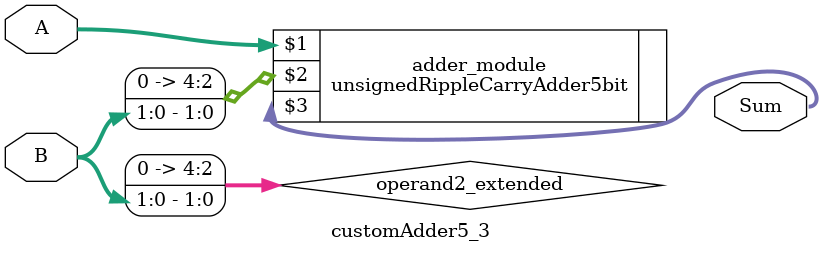
<source format=v>

module customAdder5_3(
                    input [4 : 0] A,
                    input [1 : 0] B,
                    
                    output [5 : 0] Sum
            );

    wire [4 : 0] operand2_extended;
    
    assign operand2_extended =  {3'b0, B};
    
    unsignedRippleCarryAdder5bit adder_module(
        A,
        operand2_extended,
        Sum
    );
    
endmodule
        
</source>
